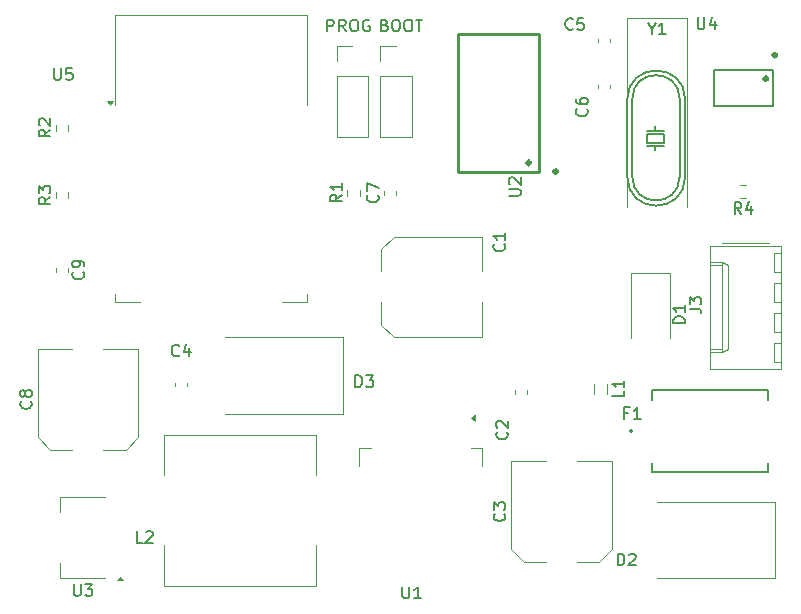
<source format=gbr>
%TF.GenerationSoftware,KiCad,Pcbnew,8.0.8*%
%TF.CreationDate,2025-04-12T01:31:05+03:00*%
%TF.ProjectId,ProPrj_CAN_2025-04-09,50726f50-726a-45f4-9341-4e5f32303235,rev?*%
%TF.SameCoordinates,Original*%
%TF.FileFunction,Legend,Top*%
%TF.FilePolarity,Positive*%
%FSLAX46Y46*%
G04 Gerber Fmt 4.6, Leading zero omitted, Abs format (unit mm)*
G04 Created by KiCad (PCBNEW 8.0.8) date 2025-04-12 01:31:05*
%MOMM*%
%LPD*%
G01*
G04 APERTURE LIST*
%ADD10C,0.150000*%
%ADD11C,0.120000*%
%ADD12C,0.152500*%
%ADD13C,0.300000*%
%ADD14C,0.152400*%
%ADD15C,0.200000*%
%ADD16C,0.254000*%
G04 APERTURE END LIST*
D10*
X128124819Y-65466666D02*
X127648628Y-65799999D01*
X128124819Y-66038094D02*
X127124819Y-66038094D01*
X127124819Y-66038094D02*
X127124819Y-65657142D01*
X127124819Y-65657142D02*
X127172438Y-65561904D01*
X127172438Y-65561904D02*
X127220057Y-65514285D01*
X127220057Y-65514285D02*
X127315295Y-65466666D01*
X127315295Y-65466666D02*
X127458152Y-65466666D01*
X127458152Y-65466666D02*
X127553390Y-65514285D01*
X127553390Y-65514285D02*
X127601009Y-65561904D01*
X127601009Y-65561904D02*
X127648628Y-65657142D01*
X127648628Y-65657142D02*
X127648628Y-66038094D01*
X128124819Y-64514285D02*
X128124819Y-65085713D01*
X128124819Y-64799999D02*
X127124819Y-64799999D01*
X127124819Y-64799999D02*
X127267676Y-64895237D01*
X127267676Y-64895237D02*
X127362914Y-64990475D01*
X127362914Y-64990475D02*
X127410533Y-65085713D01*
X106189580Y-72004166D02*
X106237200Y-72051785D01*
X106237200Y-72051785D02*
X106284819Y-72194642D01*
X106284819Y-72194642D02*
X106284819Y-72289880D01*
X106284819Y-72289880D02*
X106237200Y-72432737D01*
X106237200Y-72432737D02*
X106141961Y-72527975D01*
X106141961Y-72527975D02*
X106046723Y-72575594D01*
X106046723Y-72575594D02*
X105856247Y-72623213D01*
X105856247Y-72623213D02*
X105713390Y-72623213D01*
X105713390Y-72623213D02*
X105522914Y-72575594D01*
X105522914Y-72575594D02*
X105427676Y-72527975D01*
X105427676Y-72527975D02*
X105332438Y-72432737D01*
X105332438Y-72432737D02*
X105284819Y-72289880D01*
X105284819Y-72289880D02*
X105284819Y-72194642D01*
X105284819Y-72194642D02*
X105332438Y-72051785D01*
X105332438Y-72051785D02*
X105380057Y-72004166D01*
X106284819Y-71527975D02*
X106284819Y-71337499D01*
X106284819Y-71337499D02*
X106237200Y-71242261D01*
X106237200Y-71242261D02*
X106189580Y-71194642D01*
X106189580Y-71194642D02*
X106046723Y-71099404D01*
X106046723Y-71099404D02*
X105856247Y-71051785D01*
X105856247Y-71051785D02*
X105475295Y-71051785D01*
X105475295Y-71051785D02*
X105380057Y-71099404D01*
X105380057Y-71099404D02*
X105332438Y-71147023D01*
X105332438Y-71147023D02*
X105284819Y-71242261D01*
X105284819Y-71242261D02*
X105284819Y-71432737D01*
X105284819Y-71432737D02*
X105332438Y-71527975D01*
X105332438Y-71527975D02*
X105380057Y-71575594D01*
X105380057Y-71575594D02*
X105475295Y-71623213D01*
X105475295Y-71623213D02*
X105713390Y-71623213D01*
X105713390Y-71623213D02*
X105808628Y-71575594D01*
X105808628Y-71575594D02*
X105856247Y-71527975D01*
X105856247Y-71527975D02*
X105903866Y-71432737D01*
X105903866Y-71432737D02*
X105903866Y-71242261D01*
X105903866Y-71242261D02*
X105856247Y-71147023D01*
X105856247Y-71147023D02*
X105808628Y-71099404D01*
X105808628Y-71099404D02*
X105713390Y-71051785D01*
X101759580Y-82966666D02*
X101807200Y-83014285D01*
X101807200Y-83014285D02*
X101854819Y-83157142D01*
X101854819Y-83157142D02*
X101854819Y-83252380D01*
X101854819Y-83252380D02*
X101807200Y-83395237D01*
X101807200Y-83395237D02*
X101711961Y-83490475D01*
X101711961Y-83490475D02*
X101616723Y-83538094D01*
X101616723Y-83538094D02*
X101426247Y-83585713D01*
X101426247Y-83585713D02*
X101283390Y-83585713D01*
X101283390Y-83585713D02*
X101092914Y-83538094D01*
X101092914Y-83538094D02*
X100997676Y-83490475D01*
X100997676Y-83490475D02*
X100902438Y-83395237D01*
X100902438Y-83395237D02*
X100854819Y-83252380D01*
X100854819Y-83252380D02*
X100854819Y-83157142D01*
X100854819Y-83157142D02*
X100902438Y-83014285D01*
X100902438Y-83014285D02*
X100950057Y-82966666D01*
X101283390Y-82395237D02*
X101235771Y-82490475D01*
X101235771Y-82490475D02*
X101188152Y-82538094D01*
X101188152Y-82538094D02*
X101092914Y-82585713D01*
X101092914Y-82585713D02*
X101045295Y-82585713D01*
X101045295Y-82585713D02*
X100950057Y-82538094D01*
X100950057Y-82538094D02*
X100902438Y-82490475D01*
X100902438Y-82490475D02*
X100854819Y-82395237D01*
X100854819Y-82395237D02*
X100854819Y-82204761D01*
X100854819Y-82204761D02*
X100902438Y-82109523D01*
X100902438Y-82109523D02*
X100950057Y-82061904D01*
X100950057Y-82061904D02*
X101045295Y-82014285D01*
X101045295Y-82014285D02*
X101092914Y-82014285D01*
X101092914Y-82014285D02*
X101188152Y-82061904D01*
X101188152Y-82061904D02*
X101235771Y-82109523D01*
X101235771Y-82109523D02*
X101283390Y-82204761D01*
X101283390Y-82204761D02*
X101283390Y-82395237D01*
X101283390Y-82395237D02*
X101331009Y-82490475D01*
X101331009Y-82490475D02*
X101378628Y-82538094D01*
X101378628Y-82538094D02*
X101473866Y-82585713D01*
X101473866Y-82585713D02*
X101664342Y-82585713D01*
X101664342Y-82585713D02*
X101759580Y-82538094D01*
X101759580Y-82538094D02*
X101807200Y-82490475D01*
X101807200Y-82490475D02*
X101854819Y-82395237D01*
X101854819Y-82395237D02*
X101854819Y-82204761D01*
X101854819Y-82204761D02*
X101807200Y-82109523D01*
X101807200Y-82109523D02*
X101759580Y-82061904D01*
X101759580Y-82061904D02*
X101664342Y-82014285D01*
X101664342Y-82014285D02*
X101473866Y-82014285D01*
X101473866Y-82014285D02*
X101378628Y-82061904D01*
X101378628Y-82061904D02*
X101331009Y-82109523D01*
X101331009Y-82109523D02*
X101283390Y-82204761D01*
X114333333Y-79059580D02*
X114285714Y-79107200D01*
X114285714Y-79107200D02*
X114142857Y-79154819D01*
X114142857Y-79154819D02*
X114047619Y-79154819D01*
X114047619Y-79154819D02*
X113904762Y-79107200D01*
X113904762Y-79107200D02*
X113809524Y-79011961D01*
X113809524Y-79011961D02*
X113761905Y-78916723D01*
X113761905Y-78916723D02*
X113714286Y-78726247D01*
X113714286Y-78726247D02*
X113714286Y-78583390D01*
X113714286Y-78583390D02*
X113761905Y-78392914D01*
X113761905Y-78392914D02*
X113809524Y-78297676D01*
X113809524Y-78297676D02*
X113904762Y-78202438D01*
X113904762Y-78202438D02*
X114047619Y-78154819D01*
X114047619Y-78154819D02*
X114142857Y-78154819D01*
X114142857Y-78154819D02*
X114285714Y-78202438D01*
X114285714Y-78202438D02*
X114333333Y-78250057D01*
X115190476Y-78488152D02*
X115190476Y-79154819D01*
X114952381Y-78107200D02*
X114714286Y-78821485D01*
X114714286Y-78821485D02*
X115333333Y-78821485D01*
X158238095Y-50454819D02*
X158238095Y-51264342D01*
X158238095Y-51264342D02*
X158285714Y-51359580D01*
X158285714Y-51359580D02*
X158333333Y-51407200D01*
X158333333Y-51407200D02*
X158428571Y-51454819D01*
X158428571Y-51454819D02*
X158619047Y-51454819D01*
X158619047Y-51454819D02*
X158714285Y-51407200D01*
X158714285Y-51407200D02*
X158761904Y-51359580D01*
X158761904Y-51359580D02*
X158809523Y-51264342D01*
X158809523Y-51264342D02*
X158809523Y-50454819D01*
X159714285Y-50788152D02*
X159714285Y-51454819D01*
X159476190Y-50407200D02*
X159238095Y-51121485D01*
X159238095Y-51121485D02*
X159857142Y-51121485D01*
X151461905Y-96854819D02*
X151461905Y-95854819D01*
X151461905Y-95854819D02*
X151700000Y-95854819D01*
X151700000Y-95854819D02*
X151842857Y-95902438D01*
X151842857Y-95902438D02*
X151938095Y-95997676D01*
X151938095Y-95997676D02*
X151985714Y-96092914D01*
X151985714Y-96092914D02*
X152033333Y-96283390D01*
X152033333Y-96283390D02*
X152033333Y-96426247D01*
X152033333Y-96426247D02*
X151985714Y-96616723D01*
X151985714Y-96616723D02*
X151938095Y-96711961D01*
X151938095Y-96711961D02*
X151842857Y-96807200D01*
X151842857Y-96807200D02*
X151700000Y-96854819D01*
X151700000Y-96854819D02*
X151461905Y-96854819D01*
X152414286Y-95950057D02*
X152461905Y-95902438D01*
X152461905Y-95902438D02*
X152557143Y-95854819D01*
X152557143Y-95854819D02*
X152795238Y-95854819D01*
X152795238Y-95854819D02*
X152890476Y-95902438D01*
X152890476Y-95902438D02*
X152938095Y-95950057D01*
X152938095Y-95950057D02*
X152985714Y-96045295D01*
X152985714Y-96045295D02*
X152985714Y-96140533D01*
X152985714Y-96140533D02*
X152938095Y-96283390D01*
X152938095Y-96283390D02*
X152366667Y-96854819D01*
X152366667Y-96854819D02*
X152985714Y-96854819D01*
X152366666Y-83931009D02*
X152033333Y-83931009D01*
X152033333Y-84454819D02*
X152033333Y-83454819D01*
X152033333Y-83454819D02*
X152509523Y-83454819D01*
X153414285Y-84454819D02*
X152842857Y-84454819D01*
X153128571Y-84454819D02*
X153128571Y-83454819D01*
X153128571Y-83454819D02*
X153033333Y-83597676D01*
X153033333Y-83597676D02*
X152938095Y-83692914D01*
X152938095Y-83692914D02*
X152842857Y-83740533D01*
X126865286Y-51635819D02*
X126865286Y-50635819D01*
X126865286Y-50635819D02*
X127246238Y-50635819D01*
X127246238Y-50635819D02*
X127341476Y-50683438D01*
X127341476Y-50683438D02*
X127389095Y-50731057D01*
X127389095Y-50731057D02*
X127436714Y-50826295D01*
X127436714Y-50826295D02*
X127436714Y-50969152D01*
X127436714Y-50969152D02*
X127389095Y-51064390D01*
X127389095Y-51064390D02*
X127341476Y-51112009D01*
X127341476Y-51112009D02*
X127246238Y-51159628D01*
X127246238Y-51159628D02*
X126865286Y-51159628D01*
X128436714Y-51635819D02*
X128103381Y-51159628D01*
X127865286Y-51635819D02*
X127865286Y-50635819D01*
X127865286Y-50635819D02*
X128246238Y-50635819D01*
X128246238Y-50635819D02*
X128341476Y-50683438D01*
X128341476Y-50683438D02*
X128389095Y-50731057D01*
X128389095Y-50731057D02*
X128436714Y-50826295D01*
X128436714Y-50826295D02*
X128436714Y-50969152D01*
X128436714Y-50969152D02*
X128389095Y-51064390D01*
X128389095Y-51064390D02*
X128341476Y-51112009D01*
X128341476Y-51112009D02*
X128246238Y-51159628D01*
X128246238Y-51159628D02*
X127865286Y-51159628D01*
X129055762Y-50635819D02*
X129246238Y-50635819D01*
X129246238Y-50635819D02*
X129341476Y-50683438D01*
X129341476Y-50683438D02*
X129436714Y-50778676D01*
X129436714Y-50778676D02*
X129484333Y-50969152D01*
X129484333Y-50969152D02*
X129484333Y-51302485D01*
X129484333Y-51302485D02*
X129436714Y-51492961D01*
X129436714Y-51492961D02*
X129341476Y-51588200D01*
X129341476Y-51588200D02*
X129246238Y-51635819D01*
X129246238Y-51635819D02*
X129055762Y-51635819D01*
X129055762Y-51635819D02*
X128960524Y-51588200D01*
X128960524Y-51588200D02*
X128865286Y-51492961D01*
X128865286Y-51492961D02*
X128817667Y-51302485D01*
X128817667Y-51302485D02*
X128817667Y-50969152D01*
X128817667Y-50969152D02*
X128865286Y-50778676D01*
X128865286Y-50778676D02*
X128960524Y-50683438D01*
X128960524Y-50683438D02*
X129055762Y-50635819D01*
X130436714Y-50683438D02*
X130341476Y-50635819D01*
X130341476Y-50635819D02*
X130198619Y-50635819D01*
X130198619Y-50635819D02*
X130055762Y-50683438D01*
X130055762Y-50683438D02*
X129960524Y-50778676D01*
X129960524Y-50778676D02*
X129912905Y-50873914D01*
X129912905Y-50873914D02*
X129865286Y-51064390D01*
X129865286Y-51064390D02*
X129865286Y-51207247D01*
X129865286Y-51207247D02*
X129912905Y-51397723D01*
X129912905Y-51397723D02*
X129960524Y-51492961D01*
X129960524Y-51492961D02*
X130055762Y-51588200D01*
X130055762Y-51588200D02*
X130198619Y-51635819D01*
X130198619Y-51635819D02*
X130293857Y-51635819D01*
X130293857Y-51635819D02*
X130436714Y-51588200D01*
X130436714Y-51588200D02*
X130484333Y-51540580D01*
X130484333Y-51540580D02*
X130484333Y-51207247D01*
X130484333Y-51207247D02*
X130293857Y-51207247D01*
X154336809Y-51413628D02*
X154336809Y-51889819D01*
X154003476Y-50889819D02*
X154336809Y-51413628D01*
X154336809Y-51413628D02*
X154670142Y-50889819D01*
X155527285Y-51889819D02*
X154955857Y-51889819D01*
X155241571Y-51889819D02*
X155241571Y-50889819D01*
X155241571Y-50889819D02*
X155146333Y-51032676D01*
X155146333Y-51032676D02*
X155051095Y-51127914D01*
X155051095Y-51127914D02*
X154955857Y-51175533D01*
X129261905Y-81754819D02*
X129261905Y-80754819D01*
X129261905Y-80754819D02*
X129500000Y-80754819D01*
X129500000Y-80754819D02*
X129642857Y-80802438D01*
X129642857Y-80802438D02*
X129738095Y-80897676D01*
X129738095Y-80897676D02*
X129785714Y-80992914D01*
X129785714Y-80992914D02*
X129833333Y-81183390D01*
X129833333Y-81183390D02*
X129833333Y-81326247D01*
X129833333Y-81326247D02*
X129785714Y-81516723D01*
X129785714Y-81516723D02*
X129738095Y-81611961D01*
X129738095Y-81611961D02*
X129642857Y-81707200D01*
X129642857Y-81707200D02*
X129500000Y-81754819D01*
X129500000Y-81754819D02*
X129261905Y-81754819D01*
X130166667Y-80754819D02*
X130785714Y-80754819D01*
X130785714Y-80754819D02*
X130452381Y-81135771D01*
X130452381Y-81135771D02*
X130595238Y-81135771D01*
X130595238Y-81135771D02*
X130690476Y-81183390D01*
X130690476Y-81183390D02*
X130738095Y-81231009D01*
X130738095Y-81231009D02*
X130785714Y-81326247D01*
X130785714Y-81326247D02*
X130785714Y-81564342D01*
X130785714Y-81564342D02*
X130738095Y-81659580D01*
X130738095Y-81659580D02*
X130690476Y-81707200D01*
X130690476Y-81707200D02*
X130595238Y-81754819D01*
X130595238Y-81754819D02*
X130309524Y-81754819D01*
X130309524Y-81754819D02*
X130214286Y-81707200D01*
X130214286Y-81707200D02*
X130166667Y-81659580D01*
X111233333Y-94954819D02*
X110757143Y-94954819D01*
X110757143Y-94954819D02*
X110757143Y-93954819D01*
X111519048Y-94050057D02*
X111566667Y-94002438D01*
X111566667Y-94002438D02*
X111661905Y-93954819D01*
X111661905Y-93954819D02*
X111900000Y-93954819D01*
X111900000Y-93954819D02*
X111995238Y-94002438D01*
X111995238Y-94002438D02*
X112042857Y-94050057D01*
X112042857Y-94050057D02*
X112090476Y-94145295D01*
X112090476Y-94145295D02*
X112090476Y-94240533D01*
X112090476Y-94240533D02*
X112042857Y-94383390D01*
X112042857Y-94383390D02*
X111471429Y-94954819D01*
X111471429Y-94954819D02*
X112090476Y-94954819D01*
X103424819Y-59954166D02*
X102948628Y-60287499D01*
X103424819Y-60525594D02*
X102424819Y-60525594D01*
X102424819Y-60525594D02*
X102424819Y-60144642D01*
X102424819Y-60144642D02*
X102472438Y-60049404D01*
X102472438Y-60049404D02*
X102520057Y-60001785D01*
X102520057Y-60001785D02*
X102615295Y-59954166D01*
X102615295Y-59954166D02*
X102758152Y-59954166D01*
X102758152Y-59954166D02*
X102853390Y-60001785D01*
X102853390Y-60001785D02*
X102901009Y-60049404D01*
X102901009Y-60049404D02*
X102948628Y-60144642D01*
X102948628Y-60144642D02*
X102948628Y-60525594D01*
X102520057Y-59573213D02*
X102472438Y-59525594D01*
X102472438Y-59525594D02*
X102424819Y-59430356D01*
X102424819Y-59430356D02*
X102424819Y-59192261D01*
X102424819Y-59192261D02*
X102472438Y-59097023D01*
X102472438Y-59097023D02*
X102520057Y-59049404D01*
X102520057Y-59049404D02*
X102615295Y-59001785D01*
X102615295Y-59001785D02*
X102710533Y-59001785D01*
X102710533Y-59001785D02*
X102853390Y-59049404D01*
X102853390Y-59049404D02*
X103424819Y-59620832D01*
X103424819Y-59620832D02*
X103424819Y-59001785D01*
X103738095Y-54754819D02*
X103738095Y-55564342D01*
X103738095Y-55564342D02*
X103785714Y-55659580D01*
X103785714Y-55659580D02*
X103833333Y-55707200D01*
X103833333Y-55707200D02*
X103928571Y-55754819D01*
X103928571Y-55754819D02*
X104119047Y-55754819D01*
X104119047Y-55754819D02*
X104214285Y-55707200D01*
X104214285Y-55707200D02*
X104261904Y-55659580D01*
X104261904Y-55659580D02*
X104309523Y-55564342D01*
X104309523Y-55564342D02*
X104309523Y-54754819D01*
X105261904Y-54754819D02*
X104785714Y-54754819D01*
X104785714Y-54754819D02*
X104738095Y-55231009D01*
X104738095Y-55231009D02*
X104785714Y-55183390D01*
X104785714Y-55183390D02*
X104880952Y-55135771D01*
X104880952Y-55135771D02*
X105119047Y-55135771D01*
X105119047Y-55135771D02*
X105214285Y-55183390D01*
X105214285Y-55183390D02*
X105261904Y-55231009D01*
X105261904Y-55231009D02*
X105309523Y-55326247D01*
X105309523Y-55326247D02*
X105309523Y-55564342D01*
X105309523Y-55564342D02*
X105261904Y-55659580D01*
X105261904Y-55659580D02*
X105214285Y-55707200D01*
X105214285Y-55707200D02*
X105119047Y-55754819D01*
X105119047Y-55754819D02*
X104880952Y-55754819D01*
X104880952Y-55754819D02*
X104785714Y-55707200D01*
X104785714Y-55707200D02*
X104738095Y-55659580D01*
X152004819Y-82066666D02*
X152004819Y-82542856D01*
X152004819Y-82542856D02*
X151004819Y-82542856D01*
X152004819Y-81209523D02*
X152004819Y-81780951D01*
X152004819Y-81495237D02*
X151004819Y-81495237D01*
X151004819Y-81495237D02*
X151147676Y-81590475D01*
X151147676Y-81590475D02*
X151242914Y-81685713D01*
X151242914Y-81685713D02*
X151290533Y-81780951D01*
X142059580Y-85566666D02*
X142107200Y-85614285D01*
X142107200Y-85614285D02*
X142154819Y-85757142D01*
X142154819Y-85757142D02*
X142154819Y-85852380D01*
X142154819Y-85852380D02*
X142107200Y-85995237D01*
X142107200Y-85995237D02*
X142011961Y-86090475D01*
X142011961Y-86090475D02*
X141916723Y-86138094D01*
X141916723Y-86138094D02*
X141726247Y-86185713D01*
X141726247Y-86185713D02*
X141583390Y-86185713D01*
X141583390Y-86185713D02*
X141392914Y-86138094D01*
X141392914Y-86138094D02*
X141297676Y-86090475D01*
X141297676Y-86090475D02*
X141202438Y-85995237D01*
X141202438Y-85995237D02*
X141154819Y-85852380D01*
X141154819Y-85852380D02*
X141154819Y-85757142D01*
X141154819Y-85757142D02*
X141202438Y-85614285D01*
X141202438Y-85614285D02*
X141250057Y-85566666D01*
X141250057Y-85185713D02*
X141202438Y-85138094D01*
X141202438Y-85138094D02*
X141154819Y-85042856D01*
X141154819Y-85042856D02*
X141154819Y-84804761D01*
X141154819Y-84804761D02*
X141202438Y-84709523D01*
X141202438Y-84709523D02*
X141250057Y-84661904D01*
X141250057Y-84661904D02*
X141345295Y-84614285D01*
X141345295Y-84614285D02*
X141440533Y-84614285D01*
X141440533Y-84614285D02*
X141583390Y-84661904D01*
X141583390Y-84661904D02*
X142154819Y-85233332D01*
X142154819Y-85233332D02*
X142154819Y-84614285D01*
X157154819Y-76338094D02*
X156154819Y-76338094D01*
X156154819Y-76338094D02*
X156154819Y-76099999D01*
X156154819Y-76099999D02*
X156202438Y-75957142D01*
X156202438Y-75957142D02*
X156297676Y-75861904D01*
X156297676Y-75861904D02*
X156392914Y-75814285D01*
X156392914Y-75814285D02*
X156583390Y-75766666D01*
X156583390Y-75766666D02*
X156726247Y-75766666D01*
X156726247Y-75766666D02*
X156916723Y-75814285D01*
X156916723Y-75814285D02*
X157011961Y-75861904D01*
X157011961Y-75861904D02*
X157107200Y-75957142D01*
X157107200Y-75957142D02*
X157154819Y-76099999D01*
X157154819Y-76099999D02*
X157154819Y-76338094D01*
X157154819Y-74814285D02*
X157154819Y-75385713D01*
X157154819Y-75099999D02*
X156154819Y-75099999D01*
X156154819Y-75099999D02*
X156297676Y-75195237D01*
X156297676Y-75195237D02*
X156392914Y-75290475D01*
X156392914Y-75290475D02*
X156440533Y-75385713D01*
X105410095Y-98442819D02*
X105410095Y-99252342D01*
X105410095Y-99252342D02*
X105457714Y-99347580D01*
X105457714Y-99347580D02*
X105505333Y-99395200D01*
X105505333Y-99395200D02*
X105600571Y-99442819D01*
X105600571Y-99442819D02*
X105791047Y-99442819D01*
X105791047Y-99442819D02*
X105886285Y-99395200D01*
X105886285Y-99395200D02*
X105933904Y-99347580D01*
X105933904Y-99347580D02*
X105981523Y-99252342D01*
X105981523Y-99252342D02*
X105981523Y-98442819D01*
X106362476Y-98442819D02*
X106981523Y-98442819D01*
X106981523Y-98442819D02*
X106648190Y-98823771D01*
X106648190Y-98823771D02*
X106791047Y-98823771D01*
X106791047Y-98823771D02*
X106886285Y-98871390D01*
X106886285Y-98871390D02*
X106933904Y-98919009D01*
X106933904Y-98919009D02*
X106981523Y-99014247D01*
X106981523Y-99014247D02*
X106981523Y-99252342D01*
X106981523Y-99252342D02*
X106933904Y-99347580D01*
X106933904Y-99347580D02*
X106886285Y-99395200D01*
X106886285Y-99395200D02*
X106791047Y-99442819D01*
X106791047Y-99442819D02*
X106505333Y-99442819D01*
X106505333Y-99442819D02*
X106410095Y-99395200D01*
X106410095Y-99395200D02*
X106362476Y-99347580D01*
X103424819Y-65666666D02*
X102948628Y-65999999D01*
X103424819Y-66238094D02*
X102424819Y-66238094D01*
X102424819Y-66238094D02*
X102424819Y-65857142D01*
X102424819Y-65857142D02*
X102472438Y-65761904D01*
X102472438Y-65761904D02*
X102520057Y-65714285D01*
X102520057Y-65714285D02*
X102615295Y-65666666D01*
X102615295Y-65666666D02*
X102758152Y-65666666D01*
X102758152Y-65666666D02*
X102853390Y-65714285D01*
X102853390Y-65714285D02*
X102901009Y-65761904D01*
X102901009Y-65761904D02*
X102948628Y-65857142D01*
X102948628Y-65857142D02*
X102948628Y-66238094D01*
X102424819Y-65333332D02*
X102424819Y-64714285D01*
X102424819Y-64714285D02*
X102805771Y-65047618D01*
X102805771Y-65047618D02*
X102805771Y-64904761D01*
X102805771Y-64904761D02*
X102853390Y-64809523D01*
X102853390Y-64809523D02*
X102901009Y-64761904D01*
X102901009Y-64761904D02*
X102996247Y-64714285D01*
X102996247Y-64714285D02*
X103234342Y-64714285D01*
X103234342Y-64714285D02*
X103329580Y-64761904D01*
X103329580Y-64761904D02*
X103377200Y-64809523D01*
X103377200Y-64809523D02*
X103424819Y-64904761D01*
X103424819Y-64904761D02*
X103424819Y-65190475D01*
X103424819Y-65190475D02*
X103377200Y-65285713D01*
X103377200Y-65285713D02*
X103329580Y-65333332D01*
X133238095Y-98654819D02*
X133238095Y-99464342D01*
X133238095Y-99464342D02*
X133285714Y-99559580D01*
X133285714Y-99559580D02*
X133333333Y-99607200D01*
X133333333Y-99607200D02*
X133428571Y-99654819D01*
X133428571Y-99654819D02*
X133619047Y-99654819D01*
X133619047Y-99654819D02*
X133714285Y-99607200D01*
X133714285Y-99607200D02*
X133761904Y-99559580D01*
X133761904Y-99559580D02*
X133809523Y-99464342D01*
X133809523Y-99464342D02*
X133809523Y-98654819D01*
X134809523Y-99654819D02*
X134238095Y-99654819D01*
X134523809Y-99654819D02*
X134523809Y-98654819D01*
X134523809Y-98654819D02*
X134428571Y-98797676D01*
X134428571Y-98797676D02*
X134333333Y-98892914D01*
X134333333Y-98892914D02*
X134238095Y-98940533D01*
X157554819Y-75133333D02*
X158269104Y-75133333D01*
X158269104Y-75133333D02*
X158411961Y-75180952D01*
X158411961Y-75180952D02*
X158507200Y-75276190D01*
X158507200Y-75276190D02*
X158554819Y-75419047D01*
X158554819Y-75419047D02*
X158554819Y-75514285D01*
X157554819Y-74752380D02*
X157554819Y-74133333D01*
X157554819Y-74133333D02*
X157935771Y-74466666D01*
X157935771Y-74466666D02*
X157935771Y-74323809D01*
X157935771Y-74323809D02*
X157983390Y-74228571D01*
X157983390Y-74228571D02*
X158031009Y-74180952D01*
X158031009Y-74180952D02*
X158126247Y-74133333D01*
X158126247Y-74133333D02*
X158364342Y-74133333D01*
X158364342Y-74133333D02*
X158459580Y-74180952D01*
X158459580Y-74180952D02*
X158507200Y-74228571D01*
X158507200Y-74228571D02*
X158554819Y-74323809D01*
X158554819Y-74323809D02*
X158554819Y-74609523D01*
X158554819Y-74609523D02*
X158507200Y-74704761D01*
X158507200Y-74704761D02*
X158459580Y-74752380D01*
X147661333Y-51413580D02*
X147613714Y-51461200D01*
X147613714Y-51461200D02*
X147470857Y-51508819D01*
X147470857Y-51508819D02*
X147375619Y-51508819D01*
X147375619Y-51508819D02*
X147232762Y-51461200D01*
X147232762Y-51461200D02*
X147137524Y-51365961D01*
X147137524Y-51365961D02*
X147089905Y-51270723D01*
X147089905Y-51270723D02*
X147042286Y-51080247D01*
X147042286Y-51080247D02*
X147042286Y-50937390D01*
X147042286Y-50937390D02*
X147089905Y-50746914D01*
X147089905Y-50746914D02*
X147137524Y-50651676D01*
X147137524Y-50651676D02*
X147232762Y-50556438D01*
X147232762Y-50556438D02*
X147375619Y-50508819D01*
X147375619Y-50508819D02*
X147470857Y-50508819D01*
X147470857Y-50508819D02*
X147613714Y-50556438D01*
X147613714Y-50556438D02*
X147661333Y-50604057D01*
X148566095Y-50508819D02*
X148089905Y-50508819D01*
X148089905Y-50508819D02*
X148042286Y-50985009D01*
X148042286Y-50985009D02*
X148089905Y-50937390D01*
X148089905Y-50937390D02*
X148185143Y-50889771D01*
X148185143Y-50889771D02*
X148423238Y-50889771D01*
X148423238Y-50889771D02*
X148518476Y-50937390D01*
X148518476Y-50937390D02*
X148566095Y-50985009D01*
X148566095Y-50985009D02*
X148613714Y-51080247D01*
X148613714Y-51080247D02*
X148613714Y-51318342D01*
X148613714Y-51318342D02*
X148566095Y-51413580D01*
X148566095Y-51413580D02*
X148518476Y-51461200D01*
X148518476Y-51461200D02*
X148423238Y-51508819D01*
X148423238Y-51508819D02*
X148185143Y-51508819D01*
X148185143Y-51508819D02*
X148089905Y-51461200D01*
X148089905Y-51461200D02*
X148042286Y-51413580D01*
X148822580Y-58205666D02*
X148870200Y-58253285D01*
X148870200Y-58253285D02*
X148917819Y-58396142D01*
X148917819Y-58396142D02*
X148917819Y-58491380D01*
X148917819Y-58491380D02*
X148870200Y-58634237D01*
X148870200Y-58634237D02*
X148774961Y-58729475D01*
X148774961Y-58729475D02*
X148679723Y-58777094D01*
X148679723Y-58777094D02*
X148489247Y-58824713D01*
X148489247Y-58824713D02*
X148346390Y-58824713D01*
X148346390Y-58824713D02*
X148155914Y-58777094D01*
X148155914Y-58777094D02*
X148060676Y-58729475D01*
X148060676Y-58729475D02*
X147965438Y-58634237D01*
X147965438Y-58634237D02*
X147917819Y-58491380D01*
X147917819Y-58491380D02*
X147917819Y-58396142D01*
X147917819Y-58396142D02*
X147965438Y-58253285D01*
X147965438Y-58253285D02*
X148013057Y-58205666D01*
X147917819Y-57348523D02*
X147917819Y-57538999D01*
X147917819Y-57538999D02*
X147965438Y-57634237D01*
X147965438Y-57634237D02*
X148013057Y-57681856D01*
X148013057Y-57681856D02*
X148155914Y-57777094D01*
X148155914Y-57777094D02*
X148346390Y-57824713D01*
X148346390Y-57824713D02*
X148727342Y-57824713D01*
X148727342Y-57824713D02*
X148822580Y-57777094D01*
X148822580Y-57777094D02*
X148870200Y-57729475D01*
X148870200Y-57729475D02*
X148917819Y-57634237D01*
X148917819Y-57634237D02*
X148917819Y-57443761D01*
X148917819Y-57443761D02*
X148870200Y-57348523D01*
X148870200Y-57348523D02*
X148822580Y-57300904D01*
X148822580Y-57300904D02*
X148727342Y-57253285D01*
X148727342Y-57253285D02*
X148489247Y-57253285D01*
X148489247Y-57253285D02*
X148394009Y-57300904D01*
X148394009Y-57300904D02*
X148346390Y-57348523D01*
X148346390Y-57348523D02*
X148298771Y-57443761D01*
X148298771Y-57443761D02*
X148298771Y-57634237D01*
X148298771Y-57634237D02*
X148346390Y-57729475D01*
X148346390Y-57729475D02*
X148394009Y-57777094D01*
X148394009Y-57777094D02*
X148489247Y-57824713D01*
X142251819Y-65573904D02*
X143061342Y-65573904D01*
X143061342Y-65573904D02*
X143156580Y-65526285D01*
X143156580Y-65526285D02*
X143204200Y-65478666D01*
X143204200Y-65478666D02*
X143251819Y-65383428D01*
X143251819Y-65383428D02*
X143251819Y-65192952D01*
X143251819Y-65192952D02*
X143204200Y-65097714D01*
X143204200Y-65097714D02*
X143156580Y-65050095D01*
X143156580Y-65050095D02*
X143061342Y-65002476D01*
X143061342Y-65002476D02*
X142251819Y-65002476D01*
X142347057Y-64573904D02*
X142299438Y-64526285D01*
X142299438Y-64526285D02*
X142251819Y-64431047D01*
X142251819Y-64431047D02*
X142251819Y-64192952D01*
X142251819Y-64192952D02*
X142299438Y-64097714D01*
X142299438Y-64097714D02*
X142347057Y-64050095D01*
X142347057Y-64050095D02*
X142442295Y-64002476D01*
X142442295Y-64002476D02*
X142537533Y-64002476D01*
X142537533Y-64002476D02*
X142680390Y-64050095D01*
X142680390Y-64050095D02*
X143251819Y-64621523D01*
X143251819Y-64621523D02*
X143251819Y-64002476D01*
X131129580Y-65504166D02*
X131177200Y-65551785D01*
X131177200Y-65551785D02*
X131224819Y-65694642D01*
X131224819Y-65694642D02*
X131224819Y-65789880D01*
X131224819Y-65789880D02*
X131177200Y-65932737D01*
X131177200Y-65932737D02*
X131081961Y-66027975D01*
X131081961Y-66027975D02*
X130986723Y-66075594D01*
X130986723Y-66075594D02*
X130796247Y-66123213D01*
X130796247Y-66123213D02*
X130653390Y-66123213D01*
X130653390Y-66123213D02*
X130462914Y-66075594D01*
X130462914Y-66075594D02*
X130367676Y-66027975D01*
X130367676Y-66027975D02*
X130272438Y-65932737D01*
X130272438Y-65932737D02*
X130224819Y-65789880D01*
X130224819Y-65789880D02*
X130224819Y-65694642D01*
X130224819Y-65694642D02*
X130272438Y-65551785D01*
X130272438Y-65551785D02*
X130320057Y-65504166D01*
X130224819Y-65170832D02*
X130224819Y-64504166D01*
X130224819Y-64504166D02*
X131224819Y-64932737D01*
X141859580Y-92466666D02*
X141907200Y-92514285D01*
X141907200Y-92514285D02*
X141954819Y-92657142D01*
X141954819Y-92657142D02*
X141954819Y-92752380D01*
X141954819Y-92752380D02*
X141907200Y-92895237D01*
X141907200Y-92895237D02*
X141811961Y-92990475D01*
X141811961Y-92990475D02*
X141716723Y-93038094D01*
X141716723Y-93038094D02*
X141526247Y-93085713D01*
X141526247Y-93085713D02*
X141383390Y-93085713D01*
X141383390Y-93085713D02*
X141192914Y-93038094D01*
X141192914Y-93038094D02*
X141097676Y-92990475D01*
X141097676Y-92990475D02*
X141002438Y-92895237D01*
X141002438Y-92895237D02*
X140954819Y-92752380D01*
X140954819Y-92752380D02*
X140954819Y-92657142D01*
X140954819Y-92657142D02*
X141002438Y-92514285D01*
X141002438Y-92514285D02*
X141050057Y-92466666D01*
X140954819Y-92133332D02*
X140954819Y-91514285D01*
X140954819Y-91514285D02*
X141335771Y-91847618D01*
X141335771Y-91847618D02*
X141335771Y-91704761D01*
X141335771Y-91704761D02*
X141383390Y-91609523D01*
X141383390Y-91609523D02*
X141431009Y-91561904D01*
X141431009Y-91561904D02*
X141526247Y-91514285D01*
X141526247Y-91514285D02*
X141764342Y-91514285D01*
X141764342Y-91514285D02*
X141859580Y-91561904D01*
X141859580Y-91561904D02*
X141907200Y-91609523D01*
X141907200Y-91609523D02*
X141954819Y-91704761D01*
X141954819Y-91704761D02*
X141954819Y-91990475D01*
X141954819Y-91990475D02*
X141907200Y-92085713D01*
X141907200Y-92085713D02*
X141859580Y-92133332D01*
X131738857Y-51112009D02*
X131881714Y-51159628D01*
X131881714Y-51159628D02*
X131929333Y-51207247D01*
X131929333Y-51207247D02*
X131976952Y-51302485D01*
X131976952Y-51302485D02*
X131976952Y-51445342D01*
X131976952Y-51445342D02*
X131929333Y-51540580D01*
X131929333Y-51540580D02*
X131881714Y-51588200D01*
X131881714Y-51588200D02*
X131786476Y-51635819D01*
X131786476Y-51635819D02*
X131405524Y-51635819D01*
X131405524Y-51635819D02*
X131405524Y-50635819D01*
X131405524Y-50635819D02*
X131738857Y-50635819D01*
X131738857Y-50635819D02*
X131834095Y-50683438D01*
X131834095Y-50683438D02*
X131881714Y-50731057D01*
X131881714Y-50731057D02*
X131929333Y-50826295D01*
X131929333Y-50826295D02*
X131929333Y-50921533D01*
X131929333Y-50921533D02*
X131881714Y-51016771D01*
X131881714Y-51016771D02*
X131834095Y-51064390D01*
X131834095Y-51064390D02*
X131738857Y-51112009D01*
X131738857Y-51112009D02*
X131405524Y-51112009D01*
X132596000Y-50635819D02*
X132786476Y-50635819D01*
X132786476Y-50635819D02*
X132881714Y-50683438D01*
X132881714Y-50683438D02*
X132976952Y-50778676D01*
X132976952Y-50778676D02*
X133024571Y-50969152D01*
X133024571Y-50969152D02*
X133024571Y-51302485D01*
X133024571Y-51302485D02*
X132976952Y-51492961D01*
X132976952Y-51492961D02*
X132881714Y-51588200D01*
X132881714Y-51588200D02*
X132786476Y-51635819D01*
X132786476Y-51635819D02*
X132596000Y-51635819D01*
X132596000Y-51635819D02*
X132500762Y-51588200D01*
X132500762Y-51588200D02*
X132405524Y-51492961D01*
X132405524Y-51492961D02*
X132357905Y-51302485D01*
X132357905Y-51302485D02*
X132357905Y-50969152D01*
X132357905Y-50969152D02*
X132405524Y-50778676D01*
X132405524Y-50778676D02*
X132500762Y-50683438D01*
X132500762Y-50683438D02*
X132596000Y-50635819D01*
X133643619Y-50635819D02*
X133834095Y-50635819D01*
X133834095Y-50635819D02*
X133929333Y-50683438D01*
X133929333Y-50683438D02*
X134024571Y-50778676D01*
X134024571Y-50778676D02*
X134072190Y-50969152D01*
X134072190Y-50969152D02*
X134072190Y-51302485D01*
X134072190Y-51302485D02*
X134024571Y-51492961D01*
X134024571Y-51492961D02*
X133929333Y-51588200D01*
X133929333Y-51588200D02*
X133834095Y-51635819D01*
X133834095Y-51635819D02*
X133643619Y-51635819D01*
X133643619Y-51635819D02*
X133548381Y-51588200D01*
X133548381Y-51588200D02*
X133453143Y-51492961D01*
X133453143Y-51492961D02*
X133405524Y-51302485D01*
X133405524Y-51302485D02*
X133405524Y-50969152D01*
X133405524Y-50969152D02*
X133453143Y-50778676D01*
X133453143Y-50778676D02*
X133548381Y-50683438D01*
X133548381Y-50683438D02*
X133643619Y-50635819D01*
X134357905Y-50635819D02*
X134929333Y-50635819D01*
X134643619Y-51635819D02*
X134643619Y-50635819D01*
X161933333Y-67084819D02*
X161600000Y-66608628D01*
X161361905Y-67084819D02*
X161361905Y-66084819D01*
X161361905Y-66084819D02*
X161742857Y-66084819D01*
X161742857Y-66084819D02*
X161838095Y-66132438D01*
X161838095Y-66132438D02*
X161885714Y-66180057D01*
X161885714Y-66180057D02*
X161933333Y-66275295D01*
X161933333Y-66275295D02*
X161933333Y-66418152D01*
X161933333Y-66418152D02*
X161885714Y-66513390D01*
X161885714Y-66513390D02*
X161838095Y-66561009D01*
X161838095Y-66561009D02*
X161742857Y-66608628D01*
X161742857Y-66608628D02*
X161361905Y-66608628D01*
X162790476Y-66418152D02*
X162790476Y-67084819D01*
X162552381Y-66037200D02*
X162314286Y-66751485D01*
X162314286Y-66751485D02*
X162933333Y-66751485D01*
X141839580Y-69645666D02*
X141887200Y-69693285D01*
X141887200Y-69693285D02*
X141934819Y-69836142D01*
X141934819Y-69836142D02*
X141934819Y-69931380D01*
X141934819Y-69931380D02*
X141887200Y-70074237D01*
X141887200Y-70074237D02*
X141791961Y-70169475D01*
X141791961Y-70169475D02*
X141696723Y-70217094D01*
X141696723Y-70217094D02*
X141506247Y-70264713D01*
X141506247Y-70264713D02*
X141363390Y-70264713D01*
X141363390Y-70264713D02*
X141172914Y-70217094D01*
X141172914Y-70217094D02*
X141077676Y-70169475D01*
X141077676Y-70169475D02*
X140982438Y-70074237D01*
X140982438Y-70074237D02*
X140934819Y-69931380D01*
X140934819Y-69931380D02*
X140934819Y-69836142D01*
X140934819Y-69836142D02*
X140982438Y-69693285D01*
X140982438Y-69693285D02*
X141030057Y-69645666D01*
X141934819Y-68693285D02*
X141934819Y-69264713D01*
X141934819Y-68978999D02*
X140934819Y-68978999D01*
X140934819Y-68978999D02*
X141077676Y-69074237D01*
X141077676Y-69074237D02*
X141172914Y-69169475D01*
X141172914Y-69169475D02*
X141220533Y-69264713D01*
D11*
%TO.C,R1*%
X128577500Y-65554724D02*
X128577500Y-65045276D01*
X129622500Y-65554724D02*
X129622500Y-65045276D01*
%TO.C,C9*%
X103890000Y-71691233D02*
X103890000Y-71983767D01*
X104910000Y-71691233D02*
X104910000Y-71983767D01*
%TO.C,C8*%
X102340000Y-78540000D02*
X105290000Y-78540000D01*
X102340000Y-85995563D02*
X102340000Y-78540000D01*
X103404437Y-87060000D02*
X102340000Y-85995563D01*
X103404437Y-87060000D02*
X105290000Y-87060000D01*
X109795563Y-87060000D02*
X107910000Y-87060000D01*
X109795563Y-87060000D02*
X110860000Y-85995563D01*
X110860000Y-78540000D02*
X107910000Y-78540000D01*
X110860000Y-85995563D02*
X110860000Y-78540000D01*
%TO.C,C4*%
X113990000Y-81683767D02*
X113990000Y-81391233D01*
X115010000Y-81683767D02*
X115010000Y-81391233D01*
D12*
%TO.C,U4*%
X159579000Y-54906000D02*
X164631000Y-54906000D01*
X159579000Y-57949000D02*
X159579000Y-54906000D01*
X159579000Y-57949000D02*
X164631000Y-57949000D01*
X164631000Y-57949000D02*
X164631000Y-54906000D01*
D13*
X164160000Y-55658500D02*
G75*
G02*
X163860000Y-55658500I-150000J0D01*
G01*
X163860000Y-55658500D02*
G75*
G02*
X164160000Y-55658500I150000J0D01*
G01*
X164906500Y-53655000D02*
G75*
G02*
X164606500Y-53655000I-150000J0D01*
G01*
X164606500Y-53655000D02*
G75*
G02*
X164906500Y-53655000I150000J0D01*
G01*
D11*
%TO.C,D2*%
X164810000Y-91450000D02*
X154800000Y-91450000D01*
X164810000Y-91450000D02*
X164810000Y-97950000D01*
X164810000Y-97950000D02*
X154800000Y-97950000D01*
D14*
%TO.C,F1*%
X154407400Y-82020200D02*
X154407400Y-82817760D01*
X154407400Y-88182240D02*
X154407400Y-88979800D01*
X154407400Y-88979800D02*
X164161000Y-88979800D01*
X164161000Y-82020200D02*
X154407400Y-82020200D01*
X164161000Y-82817760D02*
X164161000Y-82020200D01*
X164161000Y-88979800D02*
X164161000Y-88182240D01*
X152722001Y-85500000D02*
G75*
G02*
X152468001Y-85500000I-127000J0D01*
G01*
X152468001Y-85500000D02*
G75*
G02*
X152722001Y-85500000I127000J0D01*
G01*
D11*
%TO.C,J2*%
X127670000Y-52845000D02*
X129000000Y-52845000D01*
X127670000Y-54175000D02*
X127670000Y-52845000D01*
X127670000Y-55445000D02*
X127670000Y-60585000D01*
X127670000Y-55445000D02*
X130330000Y-55445000D01*
X127670000Y-60585000D02*
X130330000Y-60585000D01*
X130330000Y-55445000D02*
X130330000Y-60585000D01*
%TO.C,Y1*%
X152250000Y-50525000D02*
X152250000Y-66500000D01*
D15*
X152275316Y-63874565D02*
X152275316Y-57474565D01*
X152701816Y-63956065D02*
X152701816Y-57340565D01*
X153963316Y-61055565D02*
X153963316Y-60293565D01*
X154661816Y-60039565D02*
X154661816Y-59658565D01*
X154661816Y-61690565D02*
X154661816Y-61309565D01*
X155360316Y-60039565D02*
X153963316Y-60039565D01*
X155360316Y-60293565D02*
X153963316Y-60293565D01*
X155360316Y-61055565D02*
X153963316Y-61055565D01*
X155360316Y-61055565D02*
X155360316Y-60293565D01*
X155360316Y-61309565D02*
X153963316Y-61309565D01*
X156701816Y-63956065D02*
X156701816Y-57340565D01*
X157175316Y-63874565D02*
X157175316Y-57474565D01*
D11*
X157350000Y-50525000D02*
X152250000Y-50525000D01*
X157350000Y-66500000D02*
X157350000Y-50525000D01*
D15*
X152275316Y-57401565D02*
G75*
G02*
X157175316Y-57401565I2450000J0D01*
G01*
X152701816Y-57340565D02*
G75*
G02*
X156701816Y-57340565I2000000J0D01*
G01*
X156701816Y-63956065D02*
G75*
G02*
X152701816Y-63956065I-2000000J0D01*
G01*
X157175316Y-63947565D02*
G75*
G02*
X152275316Y-63947565I-2450000J0D01*
G01*
D11*
%TO.C,D3*%
X128210000Y-77550000D02*
X118200000Y-77550000D01*
X128210000Y-77550000D02*
X128210000Y-84050000D01*
X128210000Y-84050000D02*
X118200000Y-84050000D01*
%TO.C,L2*%
X113090000Y-85790000D02*
X113090000Y-89240000D01*
X113090000Y-98610000D02*
X113090000Y-95160000D01*
X125910000Y-85790000D02*
X113090000Y-85790000D01*
X125910000Y-85790000D02*
X125910000Y-89240000D01*
X125910000Y-98610000D02*
X113090000Y-98610000D01*
X125910000Y-98610000D02*
X125910000Y-95160000D01*
%TO.C,R2*%
X103877500Y-60042224D02*
X103877500Y-59532776D01*
X104922500Y-60042224D02*
X104922500Y-59532776D01*
%TO.C,U5*%
X108880000Y-50280000D02*
X125120000Y-50280000D01*
X108880000Y-57900000D02*
X108880000Y-50280000D01*
X108880000Y-74520000D02*
X108880000Y-73900000D01*
X111000000Y-74520000D02*
X108880000Y-74520000D01*
X125120000Y-50280000D02*
X125120000Y-57900000D01*
X125120000Y-73900000D02*
X125120000Y-74520000D01*
X125120000Y-74520000D02*
X123000000Y-74520000D01*
X108450000Y-57900000D02*
X108210000Y-57564000D01*
X108690000Y-57564000D01*
X108450000Y-57900000D01*
G36*
X108450000Y-57900000D02*
G01*
X108210000Y-57564000D01*
X108690000Y-57564000D01*
X108450000Y-57900000D01*
G37*
%TO.C,L1*%
X149440000Y-81489758D02*
X149440000Y-82310242D01*
X150560000Y-81489758D02*
X150560000Y-82310242D01*
%TO.C,C2*%
X142790000Y-82308767D02*
X142790000Y-82016233D01*
X143810000Y-82308767D02*
X143810000Y-82016233D01*
%TO.C,D1*%
X152550000Y-72090000D02*
X152550000Y-77600000D01*
X155850000Y-72090000D02*
X152550000Y-72090000D01*
X155850000Y-72090000D02*
X155850000Y-77600000D01*
%TO.C,U3*%
X104262000Y-91078000D02*
X104262000Y-92338000D01*
X104262000Y-97898000D02*
X104262000Y-96638000D01*
X108022000Y-91078000D02*
X104262000Y-91078000D01*
X108022000Y-97898000D02*
X104262000Y-97898000D01*
X109542000Y-98128000D02*
X109062000Y-98128000D01*
X109302000Y-97798000D01*
X109542000Y-98128000D01*
G36*
X109542000Y-98128000D02*
G01*
X109062000Y-98128000D01*
X109302000Y-97798000D01*
X109542000Y-98128000D01*
G37*
%TO.C,R3*%
X103877500Y-65754724D02*
X103877500Y-65245276D01*
X104922500Y-65754724D02*
X104922500Y-65245276D01*
%TO.C,U1*%
X129600000Y-86925000D02*
X130550000Y-86925000D01*
X129600000Y-88425000D02*
X129600000Y-86925000D01*
X140000000Y-86925000D02*
X139050000Y-86925000D01*
X140000000Y-88425000D02*
X140000000Y-86925000D01*
X139380000Y-84602500D02*
X139050000Y-84362500D01*
X139380000Y-84122500D01*
X139380000Y-84602500D01*
G36*
X139380000Y-84602500D02*
G01*
X139050000Y-84362500D01*
X139380000Y-84122500D01*
X139380000Y-84602500D01*
G37*
%TO.C,J3*%
X159310000Y-69820000D02*
X159310000Y-80200000D01*
X159310000Y-71200000D02*
X160310000Y-71200000D01*
X159310000Y-71450000D02*
X160310000Y-71450000D01*
X159310000Y-78570000D02*
X160310000Y-78570000D01*
X159310000Y-80200000D02*
X165330000Y-80200000D01*
X160310000Y-71200000D02*
X160310000Y-78820000D01*
X160310000Y-71200000D02*
X160840000Y-71450000D01*
X160310000Y-78820000D02*
X159310000Y-78820000D01*
X160840000Y-71450000D02*
X160840000Y-78570000D01*
X160840000Y-78570000D02*
X160310000Y-78820000D01*
X164300000Y-69530000D02*
X160300000Y-69530000D01*
X164730000Y-70400000D02*
X164730000Y-72000000D01*
X164730000Y-72000000D02*
X165330000Y-72000000D01*
X164730000Y-72940000D02*
X164730000Y-74540000D01*
X164730000Y-74540000D02*
X165330000Y-74540000D01*
X164730000Y-75480000D02*
X164730000Y-77080000D01*
X164730000Y-77080000D02*
X165330000Y-77080000D01*
X164730000Y-78020000D02*
X164730000Y-79620000D01*
X164730000Y-79620000D02*
X165330000Y-79620000D01*
X165330000Y-69820000D02*
X159310000Y-69820000D01*
X165330000Y-70400000D02*
X164730000Y-70400000D01*
X165330000Y-72940000D02*
X164730000Y-72940000D01*
X165330000Y-75480000D02*
X164730000Y-75480000D01*
X165330000Y-78020000D02*
X164730000Y-78020000D01*
X165330000Y-80200000D02*
X165330000Y-69820000D01*
%TO.C,C5*%
X149790000Y-52253733D02*
X149790000Y-52546267D01*
X150810000Y-52253733D02*
X150810000Y-52546267D01*
%TO.C,C6*%
X149790000Y-56153733D02*
X149790000Y-56446267D01*
X150810000Y-56153733D02*
X150810000Y-56446267D01*
D16*
%TO.C,U2*%
X137971000Y-63542000D02*
X137971000Y-51858000D01*
X144829000Y-51858000D02*
X137971000Y-51858000D01*
X144829000Y-63542000D02*
X137971000Y-63542000D01*
X144829000Y-63542000D02*
X144829000Y-51858000D01*
D13*
X144069000Y-62780000D02*
G75*
G02*
X143769000Y-62780000I-150000J0D01*
G01*
X143769000Y-62780000D02*
G75*
G02*
X144069000Y-62780000I150000J0D01*
G01*
X146350500Y-63512500D02*
G75*
G02*
X146049500Y-63512500I-150500J0D01*
G01*
X146049500Y-63512500D02*
G75*
G02*
X146350500Y-63512500I150500J0D01*
G01*
D11*
%TO.C,C7*%
X131690000Y-65483767D02*
X131690000Y-65191233D01*
X132710000Y-65483767D02*
X132710000Y-65191233D01*
%TO.C,C3*%
X142440000Y-88040000D02*
X145390000Y-88040000D01*
X142440000Y-95495563D02*
X142440000Y-88040000D01*
X143504437Y-96560000D02*
X142440000Y-95495563D01*
X143504437Y-96560000D02*
X145390000Y-96560000D01*
X149895563Y-96560000D02*
X148010000Y-96560000D01*
X149895563Y-96560000D02*
X150960000Y-95495563D01*
X150960000Y-88040000D02*
X148010000Y-88040000D01*
X150960000Y-95495563D02*
X150960000Y-88040000D01*
%TO.C,J1*%
X131370000Y-52845000D02*
X132700000Y-52845000D01*
X131370000Y-54175000D02*
X131370000Y-52845000D01*
X131370000Y-55445000D02*
X131370000Y-60585000D01*
X131370000Y-55445000D02*
X134030000Y-55445000D01*
X131370000Y-60585000D02*
X134030000Y-60585000D01*
X134030000Y-55445000D02*
X134030000Y-60585000D01*
%TO.C,R4*%
X162354724Y-64677500D02*
X161845276Y-64677500D01*
X162354724Y-65722500D02*
X161845276Y-65722500D01*
%TO.C,C1*%
X131420000Y-70083437D02*
X131420000Y-71969000D01*
X131420000Y-70083437D02*
X132484437Y-69019000D01*
X131420000Y-76474563D02*
X131420000Y-74589000D01*
X131420000Y-76474563D02*
X132484437Y-77539000D01*
X132484437Y-69019000D02*
X139940000Y-69019000D01*
X132484437Y-77539000D02*
X139940000Y-77539000D01*
X139940000Y-69019000D02*
X139940000Y-71969000D01*
X139940000Y-77539000D02*
X139940000Y-74589000D01*
%TD*%
M02*

</source>
